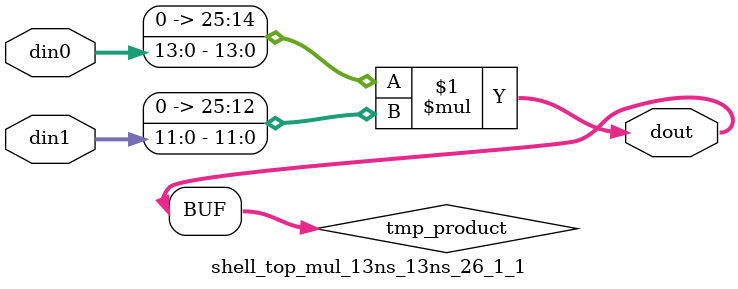
<source format=v>

`timescale 1 ns / 1 ps

  module shell_top_mul_13ns_13ns_26_1_1(din0, din1, dout);
parameter ID = 1;
parameter NUM_STAGE = 0;
parameter din0_WIDTH = 14;
parameter din1_WIDTH = 12;
parameter dout_WIDTH = 26;

input [din0_WIDTH - 1 : 0] din0; 
input [din1_WIDTH - 1 : 0] din1; 
output [dout_WIDTH - 1 : 0] dout;

wire signed [dout_WIDTH - 1 : 0] tmp_product;










assign tmp_product = $signed({1'b0, din0}) * $signed({1'b0, din1});











assign dout = tmp_product;







endmodule

</source>
